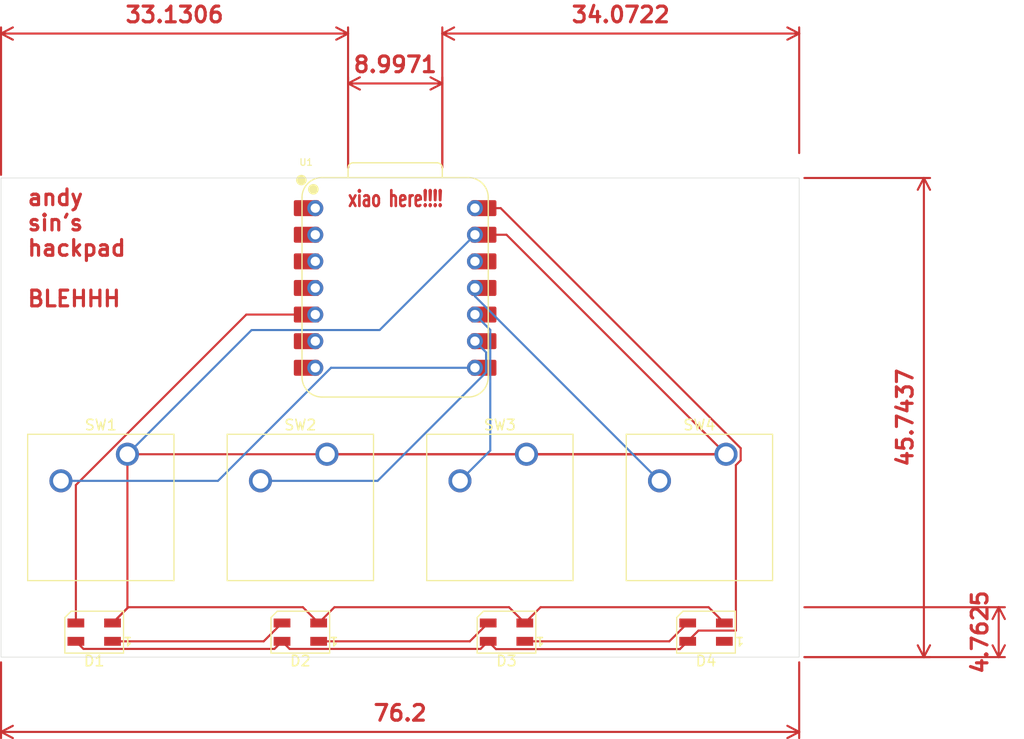
<source format=kicad_pcb>
(kicad_pcb (version 20241229) (generator "pcbnew") (generator_version "9.0")
  (layers (0 "F.Cu" signal) (2 "B.Cu" signal) (13 "F.Paste" user) (15 "B.Paste" user) (5 "F.SilkS" user "F.Silkscreen") (7 "B.SilkS" user "B.Silkscreen") (1 "F.Mask" user) (3 "B.Mask" user) (25 "Edge.Cuts" user))
  (net 0 "")
  (net 1 "GND")
  (net 2 "Net-(D1-DOUT)")
  (net 3 "+5V")
  (net 4 "Net-(D1-DIN)")
  (net 5 "Net-(U1-GPIO1{slash}RX)")
  (net 6 "Net-(U1-GPIO2{slash}SCK)")
  (net 7 "Net-(U1-GPIO4{slash}MISO)")
  (net 8 "Net-(U1-GPIO3{slash}MOSI)")
  (net 16 "Net-(D2-DOUT)")
  (net 17 "Net-(D3-DOUT)")
  (footprint "LED_SMD:LED_SK6812MINI_PLCC4_3.5x3.5mm_P1.75mm" (layer "F.Cu") (at 124.45625 114.3 180)
    (property "Reference" "D3" (at 0 -2.75 0) (layer "F.SilkS"))
    (property "Value" "SK6812MINI")
    (fp_line (start 2.8 1.4) (end 2.8 -2) (stroke (width 0.12)) (layer "F.SilkS"))
    (fp_line (start 2.8 1.4) (end 2.2 2) (stroke (width 0.12)) (layer "F.SilkS"))
    (fp_line (start -2.8 2) (end 2.2 2) (stroke (width 0.12)) (layer "F.SilkS"))
    (fp_line (start -2.8 -2) (end 2.8 -2) (stroke (width 0.12)) (layer "F.SilkS"))
    (fp_line (start -2.8 -2) (end -2.8 2) (stroke (width 0.12)) (layer "F.SilkS"))
    (fp_text user "1" (at -3.2 -0.875 180) (layer "F.SilkS") (effects (font (size 0.8 0.8))))
    (pad "1" smd rect (at -1.75 -0.875 180) (size 1.6 0.85) (layers "F.Cu" "F.Mask" "F.Paste") (net 17 "Net-(D3-DOUT)"))
    (pad "2" smd rect (at -1.75 0.875 180) (size 1.6 0.85) (layers "F.Cu" "F.Mask" "F.Paste") (net 1 "GND"))
    (pad "3" smd rect (at 1.75 0.875 180) (size 1.6 0.85) (layers "F.Cu" "F.Mask" "F.Paste") (net 16 "Net-(D2-DOUT)"))
    (pad "4" smd rect (at 1.75 -0.875 180) (size 1.6 0.85) (layers "F.Cu" "F.Mask" "F.Paste") (net 3 "+5V"))
  )
  (footprint "Button_Switch_Keyboard:SW_Cherry_MX_1.00u_PCB" (layer "F.Cu") (at 107.315 97.31375)
    (property "Reference" "SW2" (at -2.54 -2.794 0) (layer "F.SilkS"))
    (property "Value" "SW_Push")
    (fp_line (start -9.525 -1.905) (end 4.445 -1.905) (stroke (width 0.12)) (layer "F.SilkS"))
    (fp_line (start -9.525 12.065) (end -9.525 -1.905) (stroke (width 0.12)) (layer "F.SilkS"))
    (fp_line (start 4.445 -1.905) (end 4.445 12.065) (stroke (width 0.12)) (layer "F.SilkS"))
    (fp_line (start 4.445 12.065) (end -9.525 12.065) (stroke (width 0.12)) (layer "F.SilkS"))
    (pad "" np_thru_hole circle (at -7.62 5.08) (size 1.7 1.7) (drill 1.7) (layers "*.Cu" "*.Mask"))
    (pad "" np_thru_hole circle (at -2.54 5.08) (size 4 4) (drill 4) (layers "*.Cu" "*.Mask"))
    (pad "" np_thru_hole circle (at 2.54 5.08) (size 1.7 1.7) (drill 1.7) (layers "*.Cu" "*.Mask"))
    (pad "1" thru_hole circle (at 0 0) (size 2.2 2.2) (drill 1.5) (layers "*.Cu" "*.Mask") (net 1 "GND"))
    (pad "2" thru_hole circle (at -6.35 2.54) (size 2.2 2.2) (drill 1.5) (layers "*.Cu" "*.Mask") (net 6 "Net-(U1-GPIO2{slash}SCK)"))
  )
  (footprint "Button_Switch_Keyboard:SW_Cherry_MX_1.00u_PCB" (layer "F.Cu") (at 88.265 97.31375)
    (property "Reference" "SW1" (at -2.54 -2.794 0) (layer "F.SilkS"))
    (property "Value" "SW_Push")
    (fp_line (start -9.525 -1.905) (end 4.445 -1.905) (stroke (width 0.12)) (layer "F.SilkS"))
    (fp_line (start -9.525 12.065) (end -9.525 -1.905) (stroke (width 0.12)) (layer "F.SilkS"))
    (fp_line (start 4.445 -1.905) (end 4.445 12.065) (stroke (width 0.12)) (layer "F.SilkS"))
    (fp_line (start 4.445 12.065) (end -9.525 12.065) (stroke (width 0.12)) (layer "F.SilkS"))
    (pad "" np_thru_hole circle (at -7.62 5.08) (size 1.7 1.7) (drill 1.7) (layers "*.Cu" "*.Mask"))
    (pad "" np_thru_hole circle (at -2.54 5.08) (size 4 4) (drill 4) (layers "*.Cu" "*.Mask"))
    (pad "" np_thru_hole circle (at 2.54 5.08) (size 1.7 1.7) (drill 1.7) (layers "*.Cu" "*.Mask"))
    (pad "1" thru_hole circle (at 0 0) (size 2.2 2.2) (drill 1.5) (layers "*.Cu" "*.Mask") (net 1 "GND"))
    (pad "2" thru_hole circle (at -6.35 2.54) (size 2.2 2.2) (drill 1.5) (layers "*.Cu" "*.Mask") (net 5 "Net-(U1-GPIO1{slash}RX)"))
  )
  (footprint "LED_SMD:LED_SK6812MINI_PLCC4_3.5x3.5mm_P1.75mm" (layer "F.Cu") (at 85.09375 114.3 180)
    (property "Reference" "D1" (at 0 -2.75 0) (layer "F.SilkS"))
    (property "Value" "SK6812MINI")
    (fp_line (start 2.8 1.4) (end 2.8 -2) (stroke (width 0.12)) (layer "F.SilkS"))
    (fp_line (start 2.8 1.4) (end 2.2 2) (stroke (width 0.12)) (layer "F.SilkS"))
    (fp_line (start -2.8 2) (end 2.2 2) (stroke (width 0.12)) (layer "F.SilkS"))
    (fp_line (start -2.8 -2) (end 2.8 -2) (stroke (width 0.12)) (layer "F.SilkS"))
    (fp_line (start -2.8 -2) (end -2.8 2) (stroke (width 0.12)) (layer "F.SilkS"))
    (fp_text user "1" (at -3.2 -0.875 180) (layer "F.SilkS") (effects (font (size 0.8 0.8))))
    (pad "1" smd rect (at -1.75 -0.875 180) (size 1.6 0.85) (layers "F.Cu" "F.Mask" "F.Paste") (net 2 "Net-(D1-DOUT)"))
    (pad "2" smd rect (at -1.75 0.875 180) (size 1.6 0.85) (layers "F.Cu" "F.Mask" "F.Paste") (net 1 "GND"))
    (pad "3" smd rect (at 1.75 0.875 180) (size 1.6 0.85) (layers "F.Cu" "F.Mask" "F.Paste") (net 4 "Net-(D1-DIN)"))
    (pad "4" smd rect (at 1.75 -0.875 180) (size 1.6 0.85) (layers "F.Cu" "F.Mask" "F.Paste") (net 3 "+5V"))
  )
  (footprint "Button_Switch_Keyboard:SW_Cherry_MX_1.00u_PCB" (layer "F.Cu") (at 145.415 97.31375)
    (property "Reference" "SW4" (at -2.54 -2.794 0) (layer "F.SilkS"))
    (property "Value" "SW_Push")
    (fp_line (start -9.525 -1.905) (end 4.445 -1.905) (stroke (width 0.12)) (layer "F.SilkS"))
    (fp_line (start -9.525 12.065) (end -9.525 -1.905) (stroke (width 0.12)) (layer "F.SilkS"))
    (fp_line (start 4.445 -1.905) (end 4.445 12.065) (stroke (width 0.12)) (layer "F.SilkS"))
    (fp_line (start 4.445 12.065) (end -9.525 12.065) (stroke (width 0.12)) (layer "F.SilkS"))
    (pad "" np_thru_hole circle (at -7.62 5.08) (size 1.7 1.7) (drill 1.7) (layers "*.Cu" "*.Mask"))
    (pad "" np_thru_hole circle (at -2.54 5.08) (size 4 4) (drill 4) (layers "*.Cu" "*.Mask"))
    (pad "" np_thru_hole circle (at 2.54 5.08) (size 1.7 1.7) (drill 1.7) (layers "*.Cu" "*.Mask"))
    (pad "1" thru_hole circle (at 0 0) (size 2.2 2.2) (drill 1.5) (layers "*.Cu" "*.Mask") (net 1 "GND"))
    (pad "2" thru_hole circle (at -6.35 2.54) (size 2.2 2.2) (drill 1.5) (layers "*.Cu" "*.Mask") (net 8 "Net-(U1-GPIO3{slash}MOSI)"))
  )
  (footprint "LED_SMD:LED_SK6812MINI_PLCC4_3.5x3.5mm_P1.75mm" (layer "F.Cu") (at 104.775 114.3 180)
    (property "Reference" "D2" (at 0 -2.75 0) (layer "F.SilkS"))
    (property "Value" "SK6812MINI")
    (fp_line (start 2.8 1.4) (end 2.8 -2) (stroke (width 0.12)) (layer "F.SilkS"))
    (fp_line (start 2.8 1.4) (end 2.2 2) (stroke (width 0.12)) (layer "F.SilkS"))
    (fp_line (start -2.8 2) (end 2.2 2) (stroke (width 0.12)) (layer "F.SilkS"))
    (fp_line (start -2.8 -2) (end 2.8 -2) (stroke (width 0.12)) (layer "F.SilkS"))
    (fp_line (start -2.8 -2) (end -2.8 2) (stroke (width 0.12)) (layer "F.SilkS"))
    (fp_text user "1" (at -3.2 -0.875 180) (layer "F.SilkS") (effects (font (size 0.8 0.8))))
    (pad "1" smd rect (at -1.75 -0.875 180) (size 1.6 0.85) (layers "F.Cu" "F.Mask" "F.Paste") (net 16 "Net-(D2-DOUT)"))
    (pad "2" smd rect (at -1.75 0.875 180) (size 1.6 0.85) (layers "F.Cu" "F.Mask" "F.Paste") (net 1 "GND"))
    (pad "3" smd rect (at 1.75 0.875 180) (size 1.6 0.85) (layers "F.Cu" "F.Mask" "F.Paste") (net 2 "Net-(D1-DOUT)"))
    (pad "4" smd rect (at 1.75 -0.875 180) (size 1.6 0.85) (layers "F.Cu" "F.Mask" "F.Paste") (net 3 "+5V"))
  )
  (footprint "Button_Switch_Keyboard:SW_Cherry_MX_1.00u_PCB" (layer "F.Cu") (at 126.365 97.31375)
    (property "Reference" "SW3" (at -2.54 -2.794 0) (layer "F.SilkS"))
    (property "Value" "SW_Push")
    (fp_line (start -9.525 -1.905) (end 4.445 -1.905) (stroke (width 0.12)) (layer "F.SilkS"))
    (fp_line (start -9.525 12.065) (end -9.525 -1.905) (stroke (width 0.12)) (layer "F.SilkS"))
    (fp_line (start 4.445 -1.905) (end 4.445 12.065) (stroke (width 0.12)) (layer "F.SilkS"))
    (fp_line (start 4.445 12.065) (end -9.525 12.065) (stroke (width 0.12)) (layer "F.SilkS"))
    (pad "" np_thru_hole circle (at -7.62 5.08) (size 1.7 1.7) (drill 1.7) (layers "*.Cu" "*.Mask"))
    (pad "" np_thru_hole circle (at -2.54 5.08) (size 4 4) (drill 4) (layers "*.Cu" "*.Mask"))
    (pad "" np_thru_hole circle (at 2.54 5.08) (size 1.7 1.7) (drill 1.7) (layers "*.Cu" "*.Mask"))
    (pad "1" thru_hole circle (at 0 0) (size 2.2 2.2) (drill 1.5) (layers "*.Cu" "*.Mask") (net 1 "GND"))
    (pad "2" thru_hole circle (at -6.35 2.54) (size 2.2 2.2) (drill 1.5) (layers "*.Cu" "*.Mask") (net 7 "Net-(U1-GPIO4{slash}MISO)"))
  )
  (footprint "OPL:XIAO-RP2040-DIP" (layer "F.Cu") (at 113.82375 81.43875)
    (property "Reference" "U1" (at -8.5 -12 0) (layer "F.SilkS") (effects (font (size 0.635 0.635) (thickness 0.1016))))
    (property "Value" "XIAO-RP2040-DIP")
    (fp_line (start -8.89 8.509) (end -8.89 -8.636) (stroke (width 0.127)) (layer "F.SilkS"))
    (fp_line (start -6.985 10.414) (end 6.985 10.414) (stroke (width 0.127)) (layer "F.SilkS"))
    (fp_line (start -4.495 -10.541) (end -4.491272 -11.451272) (stroke (width 0.127)) (layer "F.SilkS"))
    (fp_line (start -3.991272 -11.951) (end 4.004 -11.951) (stroke (width 0.127)) (layer "F.SilkS"))
    (fp_line (start 4.504 -11.451) (end 4.504 -10.541) (stroke (width 0.127)) (layer "F.SilkS"))
    (fp_line (start 6.985 -10.541) (end -6.985 -10.541) (stroke (width 0.1)) (layer "F.SilkS"))
    (fp_line (start 6.985 -10.541) (end -6.985 -10.541) (stroke (width 0.127)) (layer "F.SilkS"))
    (fp_line (start 8.89 8.509) (end 8.89 -8.636) (stroke (width 0.127)) (layer "F.SilkS"))
    (fp_arc (start -8.89 -8.636) (mid -8.332038 -9.983038) (end -6.985 -10.541) (stroke (width 0.127)) (layer "F.SilkS"))
    (fp_arc (start -6.985 10.414) (mid -8.332038 9.856038) (end -8.89 8.509) (stroke (width 0.127)) (layer "F.SilkS"))
    (fp_arc (start -4.491272 -11.451272) (mid -4.344728 -11.80464) (end -3.991272 -11.951) (stroke (width 0.127)) (layer "F.SilkS"))
    (fp_arc (start 4.004 -11.951) (mid 4.357553 -11.804553) (end 4.504 -11.451) (stroke (width 0.127)) (layer "F.SilkS"))
    (fp_arc (start 6.985 -10.541) (mid 8.332038 -9.983038) (end 8.89 -8.636) (stroke (width 0.127)) (layer "F.SilkS"))
    (fp_arc (start 8.89 8.509) (mid 8.332038 9.856038) (end 6.985 10.414) (stroke (width 0.127)) (layer "F.SilkS"))
    (fp_circle (center -8.95 -10.3) (end -8.95 -10.554) (stroke (width 0.5)) (fill yes) (layer "F.SilkS"))
    (fp_circle (center -7.807 -9.42) (end -7.807 -9.674) (stroke (width 0.5)) (fill yes) (layer "F.SilkS"))
    (pad "1" smd roundrect (at -8.455 -7.62 180) (size 2.432 1.524) (layers "F.Cu" "F.Mask") (roundrect_rratio 0.1))
    (pad "1" thru_hole circle (at -7.62 -7.62 180) (size 1.524 1.524) (drill 0.889) (layers "*.Cu" "*.Mask"))
    (pad "2" smd roundrect (at -8.455 -5.08 180) (size 2.432 1.524) (layers "F.Cu" "F.Mask") (roundrect_rratio 0.1))
    (pad "2" thru_hole circle (at -7.62 -5.08 180) (size 1.524 1.524) (drill 0.889) (layers "*.Cu" "*.Mask"))
    (pad "3" smd roundrect (at -8.455 -2.54 180) (size 2.432 1.524) (layers "F.Cu" "F.Mask") (roundrect_rratio 0.1))
    (pad "3" thru_hole circle (at -7.62 -2.54 180) (size 1.524 1.524) (drill 0.889) (layers "*.Cu" "*.Mask"))
    (pad "4" smd roundrect (at -8.455 0 180) (size 2.432 1.524) (layers "F.Cu" "F.Mask") (roundrect_rratio 0.1))
    (pad "4" thru_hole circle (at -7.62 0 180) (size 1.524 1.524) (drill 0.889) (layers "*.Cu" "*.Mask"))
    (pad "5" smd roundrect (at -8.455 2.54 180) (size 2.432 1.524) (layers "F.Cu" "F.Mask") (roundrect_rratio 0.1) (net 4 "Net-(D1-DIN)"))
    (pad "5" thru_hole circle (at -7.62 2.54 180) (size 1.524 1.524) (drill 0.889) (layers "*.Cu" "*.Mask") (net 4 "Net-(D1-DIN)"))
    (pad "6" smd roundrect (at -8.455 5.08 180) (size 2.432 1.524) (layers "F.Cu" "F.Mask") (roundrect_rratio 0.1))
    (pad "6" thru_hole circle (at -7.62 5.08 180) (size 1.524 1.524) (drill 0.889) (layers "*.Cu" "*.Mask"))
    (pad "7" smd roundrect (at -8.455 7.62 180) (size 2.432 1.524) (layers "F.Cu" "F.Mask") (roundrect_rratio 0.1))
    (pad "7" thru_hole circle (at -7.62 7.62 180) (size 1.524 1.524) (drill 0.889) (layers "*.Cu" "*.Mask"))
    (pad "8" thru_hole circle (at 7.62 7.62) (size 1.524 1.524) (drill 0.889) (layers "*.Cu" "*.Mask") (net 5 "Net-(U1-GPIO1{slash}RX)"))
    (pad "8" smd roundrect (at 8.455 7.62) (size 2.432 1.524) (layers "F.Cu" "F.Mask") (roundrect_rratio 0.1) (net 5 "Net-(U1-GPIO1{slash}RX)"))
    (pad "9" thru_hole circle (at 7.62 5.08) (size 1.524 1.524) (drill 0.889) (layers "*.Cu" "*.Mask") (net 6 "Net-(U1-GPIO2{slash}SCK)"))
    (pad "9" smd roundrect (at 8.455 5.08) (size 2.432 1.524) (layers "F.Cu" "F.Mask") (roundrect_rratio 0.1) (net 6 "Net-(U1-GPIO2{slash}SCK)"))
    (pad "10" thru_hole circle (at 7.62 2.54) (size 1.524 1.524) (drill 0.889) (layers "*.Cu" "*.Mask") (net 7 "Net-(U1-GPIO4{slash}MISO)"))
    (pad "10" smd roundrect (at 8.455 2.54) (size 2.432 1.524) (layers "F.Cu" "F.Mask") (roundrect_rratio 0.1) (net 7 "Net-(U1-GPIO4{slash}MISO)"))
    (pad "11" thru_hole circle (at 7.62 0) (size 1.524 1.524) (drill 0.889) (layers "*.Cu" "*.Mask") (net 8 "Net-(U1-GPIO3{slash}MOSI)"))
    (pad "11" smd roundrect (at 8.455 0) (size 2.432 1.524) (layers "F.Cu" "F.Mask") (roundrect_rratio 0.1) (net 8 "Net-(U1-GPIO3{slash}MOSI)"))
    (pad "12" thru_hole circle (at 7.62 -2.54) (size 1.524 1.524) (drill 0.889) (layers "*.Cu" "*.Mask"))
    (pad "12" smd roundrect (at 8.455 -2.54) (size 2.432 1.524) (layers "F.Cu" "F.Mask") (roundrect_rratio 0.1))
    (pad "13" thru_hole circle (at 7.62 -5.08) (size 1.524 1.524) (drill 0.889) (layers "*.Cu" "*.Mask") (net 1 "GND"))
    (pad "13" smd roundrect (at 8.455 -5.08) (size 2.432 1.524) (layers "F.Cu" "F.Mask") (roundrect_rratio 0.1) (net 1 "GND"))
    (pad "14" thru_hole circle (at 7.62 -7.62) (size 1.524 1.524) (drill 0.889) (layers "*.Cu" "*.Mask") (net 3 "+5V"))
    (pad "14" smd roundrect (at 8.455 -7.62) (size 2.432 1.524) (layers "F.Cu" "F.Mask") (roundrect_rratio 0.1) (net 3 "+5V"))
  )
  (footprint "LED_SMD:LED_SK6812MINI_PLCC4_3.5x3.5mm_P1.75mm" (layer "F.Cu") (at 143.50625 114.3 180)
    (property "Reference" "D4" (at 0 -2.75 0) (layer "F.SilkS"))
    (property "Value" "SK6812MINI")
    (fp_line (start 2.8 1.4) (end 2.8 -2) (stroke (width 0.12)) (layer "F.SilkS"))
    (fp_line (start 2.8 1.4) (end 2.2 2) (stroke (width 0.12)) (layer "F.SilkS"))
    (fp_line (start -2.8 2) (end 2.2 2) (stroke (width 0.12)) (layer "F.SilkS"))
    (fp_line (start -2.8 -2) (end 2.8 -2) (stroke (width 0.12)) (layer "F.SilkS"))
    (fp_line (start -2.8 -2) (end -2.8 2) (stroke (width 0.12)) (layer "F.SilkS"))
    (fp_text user "1" (at -3.2 -0.875 180) (layer "F.SilkS") (effects (font (size 0.8 0.8))))
    (pad "1" smd rect (at -1.75 -0.875 180) (size 1.6 0.85) (layers "F.Cu" "F.Mask" "F.Paste"))
    (pad "2" smd rect (at -1.75 0.875 180) (size 1.6 0.85) (layers "F.Cu" "F.Mask" "F.Paste") (net 1 "GND"))
    (pad "3" smd rect (at 1.75 0.875 180) (size 1.6 0.85) (layers "F.Cu" "F.Mask" "F.Paste") (net 17 "Net-(D3-DOUT)"))
    (pad "4" smd rect (at 1.75 -0.875 180) (size 1.6 0.85) (layers "F.Cu" "F.Mask" "F.Paste") (net 3 "+5V"))
  )
  (gr_rect (start 76.2 70.9375) (end 152.4 116.68125) (stroke (width 0.05)) (fill no) (layer "Edge.Cuts"))
  (gr_text "andy \nsin's \nhackpad\n\nBLEHHH" (at 78.58125 83.34375 0) (layer "F.Cu") (effects (font (size 1.5 1.5) (thickness 0.3) (bold yes)) (justify left bottom)))
  (gr_text "xiao here!!!!" (at 109.2 73.8 0) (layer "F.Cu") (effects (font (size 1.5 1) (thickness 0.25) (bold yes)) (justify left bottom)))
  (dimension (type orthogonal) (layer "F.Cu") (pts (xy 109.330614 70.442614) (xy 76.2 71.13875)) (height -13.292614) (orientation 0) (format (prefix "") (suffix "") (units 3) (units_format 0) (precision 4) (suppress_zeroes yes)) (style (thickness 0.2) (arrow_length 1.27) (text_position_mode 0) (arrow_direction outward) (extension_height 0.58642) (extension_offset 0.5) (keep_text_aligned yes)) (gr_text "33.1306" (at 92.765307 55.35 0) (layer "F.Cu") (effects (font (size 1.5 1.5) (thickness 0.3)))))
  (dimension (type orthogonal) (layer "F.Cu") (pts (xy 118.32775 69.98775) (xy 152.4 69.05625)) (height -12.83775) (orientation 0) (format (prefix "") (suffix "") (units 3) (units_format 0) (precision 4) (suppress_zeroes yes)) (style (thickness 0.2) (arrow_length 1.27) (text_position_mode 0) (arrow_direction outward) (extension_height 0.58642) (extension_offset 0.5) (keep_text_aligned yes)) (gr_text "34.0722" (at 135.363875 55.35 0) (layer "F.Cu") (effects (font (size 1.5 1.5) (thickness 0.3)))))
  (dimension (type orthogonal) (layer "F.Cu") (pts (xy 109.330614 70.442614) (xy 118.32775 70.44275)) (height -8.530114) (orientation 0) (format (prefix "") (suffix "") (units 3) (units_format 0) (precision 4) (suppress_zeroes yes)) (style (thickness 0.2) (arrow_length 1.27) (text_position_mode 0) (arrow_direction outward) (extension_height 0.58642) (extension_offset 0.5) (keep_text_aligned yes)) (gr_text "8.9971" (at 113.829182 60.1125 0) (layer "F.Cu") (effects (font (size 1.5 1.5) (thickness 0.3)))))
  (dimension (type orthogonal) (layer "F.Cu") (pts (xy 152.4 116.68125) (xy 152.4 70.9375)) (height 11.90625) (orientation 1) (format (prefix "") (suffix "") (units 3) (units_format 0) (precision 4) (suppress_zeroes yes)) (style (thickness 0.2) (arrow_length 1.27) (text_position_mode 0) (arrow_direction outward) (extension_height 0.58642) (extension_offset 0.5) (keep_text_aligned yes)) (gr_text "45.7437" (at 162.50625 93.809375 90) (layer "F.Cu") (effects (font (size 1.5 1.5) (thickness 0.3)))))
  (dimension (type orthogonal) (layer "F.Cu") (pts (xy 152.4 111.91875) (xy 152.4 116.68125)) (height 19.05) (orientation 1) (format (prefix "") (suffix "") (units 3) (units_format 0) (precision 4) (suppress_zeroes yes)) (style (thickness 0.2) (arrow_length 1.27) (text_position_mode 0) (arrow_direction outward) (extension_height 0.58642) (extension_offset 0.5) (keep_text_aligned yes)) (gr_text "4.7625" (at 169.65 114.3 90) (layer "F.Cu") (effects (font (size 1.5 1.5) (thickness 0.3)))))
  (dimension (type orthogonal) (layer "F.Cu") (pts (xy 76.2 116.68125) (xy 152.4 116.68125)) (height 7.14375) (orientation 0) (format (prefix "") (suffix "") (units 3) (units_format 0) (precision 4) (suppress_zeroes yes)) (style (thickness 0.2) (arrow_length 1.27) (text_position_mode 0) (arrow_direction outward) (extension_height 0.58642) (extension_offset 0.5) (keep_text_aligned yes)) (gr_text "76.2" (at 114.3 122.025 0) (layer "F.Cu") (effects (font (size 1.5 1.5) (thickness 0.3)))))
  (segment (start 124.7 111.91875) (end 126.20625 113.425) (width 0.2) (layer "F.Cu") (net 1))
  (segment (start 86.84375 113.425) (end 88.265 112.00375) (width 0.2) (layer "F.Cu") (net 1))
  (segment (start 124.46 76.35875) (end 145.415 97.31375) (width 0.2) (layer "F.Cu") (net 1))
  (segment (start 121.44375 76.35875) (end 124.46 76.35875) (width 0.2) (layer "F.Cu") (net 1))
  (segment (start 86.84375 113.425) (end 88.35 111.91875) (width 0.2) (layer "F.Cu") (net 1))
  (segment (start 126.20625 113.425) (end 127.7125 111.91875) (width 0.2) (layer "F.Cu") (net 1))
  (segment (start 106.525 113.425) (end 108.03125 111.91875) (width 0.2) (layer "F.Cu") (net 1))
  (segment (start 145.415 97.31375) (end 126.365 97.31375) (width 0.2) (layer "F.Cu") (net 1))
  (segment (start 145.415 97.31375) (end 88.265 97.31375) (width 0.2) (layer "F.Cu") (net 1))
  (segment (start 105.01875 111.91875) (end 106.525 113.425) (width 0.2) (layer "F.Cu") (net 1))
  (segment (start 127.7125 111.91875) (end 143.75 111.91875) (width 0.2) (layer "F.Cu") (net 1))
  (segment (start 88.35 111.91875) (end 105.01875 111.91875) (width 0.2) (layer "F.Cu") (net 1))
  (segment (start 143.75 111.91875) (end 145.25625 113.425) (width 0.2) (layer "F.Cu") (net 1))
  (segment (start 108.03125 111.91875) (end 124.7 111.91875) (width 0.2) (layer "F.Cu") (net 1))
  (segment (start 145.415 97.31375) (end 107.315 97.31375) (width 0.2) (layer "F.Cu") (net 1))
  (segment (start 88.265 112.00375) (end 88.265 97.31375) (width 0.2) (layer "F.Cu") (net 1))
  (segment (start 88.265 97.31375) (end 100.123 85.45575) (width 0.2) (layer "B.Cu") (net 1))
  (segment (start 100.123 85.45575) (end 112.34675 85.45575) (width 0.2) (layer "B.Cu") (net 1))
  (segment (start 112.34675 85.45575) (end 121.44375 76.35875) (width 0.2) (layer "B.Cu") (net 1))
  (segment (start 101.275 115.175) (end 103.025 113.425) (width 0.2) (layer "F.Cu") (net 2))
  (segment (start 86.84375 115.175) (end 101.275 115.175) (width 0.2) (layer "F.Cu") (net 2))
  (segment (start 146.816 96.733436) (end 123.901314 73.81875) (width 0.2) (layer "F.Cu") (net 3))
  (segment (start 142.78025 114.151) (end 146.35725 114.151) (width 0.2) (layer "F.Cu") (net 3))
  (segment (start 146.35725 114.151) (end 146.35725 98.352814) (width 0.2) (layer "F.Cu") (net 3))
  (segment (start 123.901314 73.81875) (end 121.44375 73.81875) (width 0.2) (layer "F.Cu") (net 3))
  (segment (start 141.75625 115.175) (end 142.78025 114.151) (width 0.2) (layer "F.Cu") (net 3))
  (segment (start 122.70625 115.175) (end 123.45 115.91875) (width 0.2) (layer "F.Cu") (net 3))
  (segment (start 146.35725 98.352814) (end 146.816 97.894064) (width 0.2) (layer "F.Cu") (net 3))
  (segment (start 123.45 115.91875) (end 141.0125 115.91875) (width 0.2) (layer "F.Cu") (net 3))
  (segment (start 102.299 115.901) (end 103.025 115.175) (width 0.2) (layer "F.Cu") (net 3))
  (segment (start 84.06975 115.901) (end 102.299 115.901) (width 0.2) (layer "F.Cu") (net 3))
  (segment (start 103.751 115.901) (end 121.98025 115.901) (width 0.2) (layer "F.Cu") (net 3))
  (segment (start 146.816 97.894064) (end 146.816 96.733436) (width 0.2) (layer "F.Cu") (net 3))
  (segment (start 83.34375 115.175) (end 84.06975 115.901) (width 0.2) (layer "F.Cu") (net 3))
  (segment (start 103.025 115.175) (end 103.751 115.901) (width 0.2) (layer "F.Cu") (net 3))
  (segment (start 121.98025 115.901) (end 122.70625 115.175) (width 0.2) (layer "F.Cu") (net 3))
  (segment (start 141.0125 115.91875) (end 141.75625 115.175) (width 0.2) (layer "F.Cu") (net 3))
  (segment (start 83.34375 100.253686) (end 99.618686 83.97875) (width 0.2) (layer "F.Cu") (net 4))
  (segment (start 99.618686 83.97875) (end 106.20375 83.97875) (width 0.2) (layer "F.Cu") (net 4))
  (segment (start 83.34375 113.425) (end 83.34375 100.253686) (width 0.2) (layer "F.Cu") (net 4))
  (segment (start 121.44375 89.05875) (end 122.27875 89.05875) (width 0.2) (layer "F.Cu") (net 5))
  (segment (start 81.915 99.85375) (end 96.91206 99.85375) (width 0.2) (layer "B.Cu") (net 5))
  (segment (start 96.91206 99.85375) (end 107.70706 89.05875) (width 0.2) (layer "B.Cu") (net 5))
  (segment (start 107.70706 89.05875) (end 121.44375 89.05875) (width 0.2) (layer "B.Cu") (net 5))
  (segment (start 100.965 99.85375) (end 112.15206 99.85375) (width 0.2) (layer "B.Cu") (net 6))
  (segment (start 112.15206 99.85375) (end 122.50675 89.49906) (width 0.2) (layer "B.Cu") (net 6))
  (segment (start 122.50675 89.49906) (end 122.50675 87.58175) (width 0.2) (layer "B.Cu") (net 6))
  (segment (start 122.50675 87.58175) (end 121.44375 86.51875) (width 0.2) (layer "B.Cu") (net 6))
  (segment (start 122.90775 96.961) (end 122.90775 85.44275) (width 0.2) (layer "B.Cu") (net 7))
  (segment (start 122.90775 85.44275) (end 121.44375 83.97875) (width 0.2) (layer "B.Cu") (net 7))
  (segment (start 120.015 99.85375) (end 122.90775 96.961) (width 0.2) (layer "B.Cu") (net 7))
  (segment (start 121.44375 82.2325) (end 121.44375 81.43875) (width 0.2) (layer "B.Cu") (net 8))
  (segment (start 139.065 99.85375) (end 121.44375 82.2325) (width 0.2) (layer "B.Cu") (net 8))
  (segment (start 106.525 115.175) (end 120.95625 115.175) (width 0.2) (layer "F.Cu") (net 16))
  (segment (start 120.95625 115.175) (end 122.70625 113.425) (width 0.2) (layer "F.Cu") (net 16))
  (segment (start 126.20625 115.175) (end 140.00625 115.175) (width 0.2) (layer "F.Cu") (net 17))
  (segment (start 140.00625 115.175) (end 141.75625 113.425) (width 0.2) (layer "F.Cu") (net 17))
)
</source>
